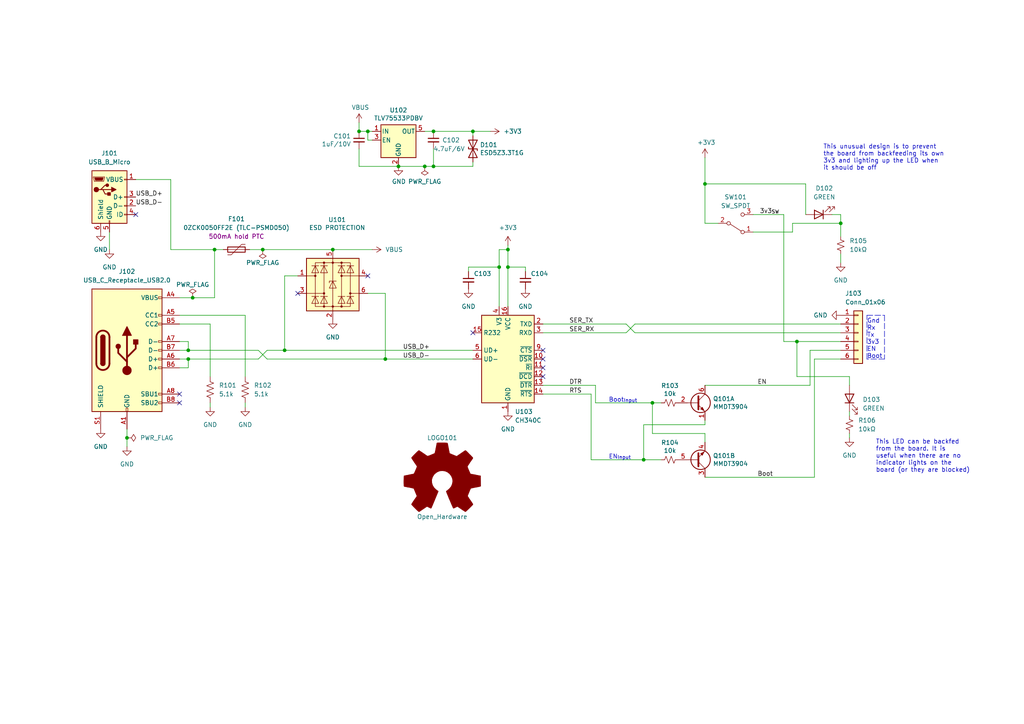
<source format=kicad_sch>
(kicad_sch (version 20230121) (generator eeschema)
  (paper "A4")
  (title_block (title "ESP-Flash") (date "2023-02-15") (rev "v1.2.0") (company "OSH") (comment 1 "Drawn by: VGD"))
  (lib_symbols
    (symbol "Connector:USB_B_Micro" (pin_names (offset 1.016))
      (property "Reference" "J" (at -5.08 11.43 0))
      (property "Value" "USB_B_Micro" (at -5.08 8.89 0))
      (symbol "USB_B_Micro_0_1"
        (rectangle (start -5.08 -7.62) (end 5.08 7.62) (stroke (width 0.254)) (fill (type background)))
        (circle (center -3.81 2.159) (radius 0.635) (stroke (width 0.254)) (fill (type outline)))
        (circle (center -0.635 3.429) (radius 0.381) (stroke (width 0.254)) (fill (type outline)))
        (rectangle (start -0.127 -7.62) (end 0.127 -6.858))
        (polyline (pts (xy -1.905 2.159) (xy 0.635 2.159)) (stroke (width 0.254)))
        (polyline (pts (xy -3.175 2.159) (xy -2.54 2.159) (xy -1.27 3.429) (xy -0.635 3.429)) (stroke (width 0.254)))
        (polyline (pts (xy -2.54 2.159) (xy -1.905 2.159) (xy -1.27 0.889) (xy 0 0.889)) (stroke (width 0.254)))
        (polyline (pts (xy 0.635 2.794) (xy 0.635 1.524) (xy 1.905 2.159) (xy 0.635 2.794)) (stroke (width 0.254)) (fill (type outline)))
        (polyline (pts (xy -4.318 5.588) (xy -1.778 5.588) (xy -2.032 4.826) (xy -4.064 4.826) (xy -4.318 5.588)) (fill (type outline)))
        (polyline (pts (xy -4.699 5.842) (xy -4.699 5.588) (xy -4.445 4.826) (xy -4.445 4.572) (xy -1.651 4.572) (xy -1.651 4.826) (xy -1.397 5.588) (xy -1.397 5.842) (xy -4.699 5.842)))
        (rectangle (start 0.254 1.27) (end -0.508 0.508) (stroke (width 0.254)) (fill (type outline)))
        (rectangle (start 5.08 -5.207) (end 4.318 -4.953))
        (rectangle (start 5.08 -2.667) (end 4.318 -2.413))
        (rectangle (start 5.08 -0.127) (end 4.318 0.127))
        (rectangle (start 5.08 4.953) (end 4.318 5.207))
      )
      (symbol "USB_B_Micro_1_1"
        (pin power_out line (at 7.62 5.08 180) (length 2.54) (name "VBUS") (number "1"))
        (pin bidirectional line (at 7.62 -2.54 180) (length 2.54) (name "D-") (number "2"))
        (pin bidirectional line (at 7.62 0 180) (length 2.54) (name "D+") (number "3"))
        (pin passive line (at 7.62 -5.08 180) (length 2.54) (name "ID") (number "4"))
        (pin power_out line (at 0 -10.16 90) (length 2.54) (name "GND") (number "5"))
        (pin passive line (at -2.54 -10.16 90) (length 2.54) (name "Shield") (number "6"))
      )
    )
    (symbol "Connector:USB_C_Receptacle_USB2.0" (pin_names (offset 1.016))
      (property "Reference" "J" (at -10.16 19.05 0))
      (property "Value" "USB_C_Receptacle_USB2.0" (at 19.05 19.05 0))
      (symbol "USB_C_Receptacle_USB2.0_0_0"
        (rectangle (start -0.254 -17.78) (end 0.254 -16.764))
        (rectangle (start 10.16 -14.986) (end 9.144 -15.494))
        (rectangle (start 10.16 -12.446) (end 9.144 -12.954))
        (rectangle (start 10.16 -4.826) (end 9.144 -5.334))
        (rectangle (start 10.16 -2.286) (end 9.144 -2.794))
        (rectangle (start 10.16 0.254) (end 9.144 -0.254))
        (rectangle (start 10.16 2.794) (end 9.144 2.286))
        (rectangle (start 10.16 7.874) (end 9.144 7.366))
        (rectangle (start 10.16 10.414) (end 9.144 9.906))
        (rectangle (start 10.16 15.494) (end 9.144 14.986))
      )
      (symbol "USB_C_Receptacle_USB2.0_0_1"
        (rectangle (start -10.16 17.78) (end 10.16 -17.78) (stroke (width 0.254)) (fill (type background)))
        (arc (start -8.89 -3.81) (mid -6.985 -5.7067) (end -5.08 -3.81) (stroke (width 0.508)))
        (arc (start -7.62 -3.81) (mid -6.985 -4.4423) (end -6.35 -3.81) (stroke (width 0.254)))
        (arc (start -7.62 -3.81) (mid -6.985 -4.4423) (end -6.35 -3.81) (stroke (width 0.254)) (fill (type outline)))
        (rectangle (start -7.62 -3.81) (end -6.35 3.81) (stroke (width 0.254)) (fill (type outline)))
        (arc (start -6.35 3.81) (mid -6.985 4.4423) (end -7.62 3.81) (stroke (width 0.254)))
        (arc (start -6.35 3.81) (mid -6.985 4.4423) (end -7.62 3.81) (stroke (width 0.254)) (fill (type outline)))
        (arc (start -5.08 3.81) (mid -6.985 5.7067) (end -8.89 3.81) (stroke (width 0.508)))
        (circle (center -2.54 1.143) (radius 0.635) (stroke (width 0.254)) (fill (type outline)))
        (circle (center 0 -5.842) (radius 1.27) (fill (type outline)))
        (polyline (pts (xy -8.89 -3.81) (xy -8.89 3.81)) (stroke (width 0.508)))
        (polyline (pts (xy -5.08 3.81) (xy -5.08 -3.81)) (stroke (width 0.508)))
        (polyline (pts (xy 0 -5.842) (xy 0 4.318)) (stroke (width 0.508)))
        (polyline (pts (xy 0 -3.302) (xy -2.54 -0.762) (xy -2.54 0.508)) (stroke (width 0.508)))
        (polyline (pts (xy 0 -2.032) (xy 2.54 0.508) (xy 2.54 1.778)) (stroke (width 0.508)))
        (polyline (pts (xy -1.27 4.318) (xy 0 6.858) (xy 1.27 4.318) (xy -1.27 4.318)) (stroke (width 0.254)) (fill (type outline)))
        (rectangle (start 1.905 1.778) (end 3.175 3.048) (stroke (width 0.254)) (fill (type outline)))
      )
      (symbol "USB_C_Receptacle_USB2.0_1_1"
        (pin passive line (at 0 -22.86 90) (length 5.08) (name "GND") (number "A1"))
        (pin passive line (at 0 -22.86 90) (length 5.08) hide (name "GND") (number "A12"))
        (pin passive line (at 15.24 15.24 180) (length 5.08) (name "VBUS") (number "A4"))
        (pin bidirectional line (at 15.24 10.16 180) (length 5.08) (name "CC1") (number "A5"))
        (pin bidirectional line (at 15.24 -2.54 180) (length 5.08) (name "D+") (number "A6"))
        (pin bidirectional line (at 15.24 2.54 180) (length 5.08) (name "D-") (number "A7"))
        (pin bidirectional line (at 15.24 -12.7 180) (length 5.08) (name "SBU1") (number "A8"))
        (pin passive line (at 15.24 15.24 180) (length 5.08) hide (name "VBUS") (number "A9"))
        (pin passive line (at 0 -22.86 90) (length 5.08) hide (name "GND") (number "B1"))
        (pin passive line (at 0 -22.86 90) (length 5.08) hide (name "GND") (number "B12"))
        (pin passive line (at 15.24 15.24 180) (length 5.08) hide (name "VBUS") (number "B4"))
        (pin bidirectional line (at 15.24 7.62 180) (length 5.08) (name "CC2") (number "B5"))
        (pin bidirectional line (at 15.24 -5.08 180) (length 5.08) (name "D+") (number "B6"))
        (pin bidirectional line (at 15.24 0 180) (length 5.08) (name "D-") (number "B7"))
        (pin bidirectional line (at 15.24 -15.24 180) (length 5.08) (name "SBU2") (number "B8"))
        (pin passive line (at 15.24 15.24 180) (length 5.08) hide (name "VBUS") (number "B9"))
        (pin passive line (at -7.62 -22.86 90) (length 5.08) (name "SHIELD") (number "S1"))
      )
    )
    (symbol "Connector_Generic:Conn_01x06" (pin_names (offset 1.016) hide)
      (property "Reference" "J" (at 0 7.62 0))
      (property "Value" "Conn_01x06" (at 0 -10.16 0))
      (symbol "Conn_01x06_1_1"
        (rectangle (start -1.27 -7.493) (end 0 -7.747) (stroke (width 0.1524)))
        (rectangle (start -1.27 -4.953) (end 0 -5.207) (stroke (width 0.1524)))
        (rectangle (start -1.27 -2.413) (end 0 -2.667) (stroke (width 0.1524)))
        (rectangle (start -1.27 0.127) (end 0 -0.127) (stroke (width 0.1524)))
        (rectangle (start -1.27 2.667) (end 0 2.413) (stroke (width 0.1524)))
        (rectangle (start -1.27 5.207) (end 0 4.953) (stroke (width 0.1524)))
        (rectangle (start -1.27 6.35) (end 1.27 -8.89) (stroke (width 0.254)) (fill (type background)))
        (pin passive line (at -5.08 5.08 0) (length 3.81) (name "Pin_1") (number "1"))
        (pin passive line (at -5.08 2.54 0) (length 3.81) (name "Pin_2") (number "2"))
        (pin passive line (at -5.08 0 0) (length 3.81) (name "Pin_3") (number "3"))
        (pin passive line (at -5.08 -2.54 0) (length 3.81) (name "Pin_4") (number "4"))
        (pin passive line (at -5.08 -5.08 0) (length 3.81) (name "Pin_5") (number "5"))
        (pin passive line (at -5.08 -7.62 0) (length 3.81) (name "Pin_6") (number "6"))
      )
    )
    (symbol "Device:C_Small" (pin_numbers hide) (pin_names (offset 0.254) hide)
      (property "Reference" "C" (at 0.254 1.778 0))
      (property "Value" "C_Small" (at 0.254 -2.032 0))
      (symbol "C_Small_0_1"
        (polyline (pts (xy -1.524 -0.508) (xy 1.524 -0.508)) (stroke (width 0.3302)))
        (polyline (pts (xy -1.524 0.508) (xy 1.524 0.508)) (stroke (width 0.3048)))
      )
      (symbol "C_Small_1_1"
        (pin passive line (at 0 2.54 270) (length 2.032) (name "~") (number "1"))
        (pin passive line (at 0 -2.54 90) (length 2.032) (name "~") (number "2"))
      )
    )
    (symbol "Device:D_TVS" (pin_numbers hide) (pin_names (offset 1.016) hide)
      (property "Reference" "D" (at 0 2.54 0))
      (property "Value" "D_TVS" (at 0 -2.54 0))
      (symbol "D_TVS_0_1"
        (polyline (pts (xy 1.27 0) (xy -1.27 0)))
        (polyline (pts (xy 0.508 1.27) (xy 0 1.27) (xy 0 -1.27) (xy -0.508 -1.27)) (stroke (width 0.254)))
        (polyline (pts (xy -2.54 1.27) (xy -2.54 -1.27) (xy 2.54 1.27) (xy 2.54 -1.27) (xy -2.54 1.27)) (stroke (width 0.254)))
      )
      (symbol "D_TVS_1_1"
        (pin passive line (at -3.81 0 0) (length 2.54) (name "A1") (number "1"))
        (pin passive line (at 3.81 0 180) (length 2.54) (name "A2") (number "2"))
      )
    )
    (symbol "Device:LED" (pin_numbers hide) (pin_names (offset 1.016) hide)
      (property "Reference" "D" (at 0 2.54 0))
      (property "Value" "LED" (at 0 -2.54 0))
      (symbol "LED_0_1"
        (polyline (pts (xy -1.27 -1.27) (xy -1.27 1.27)) (stroke (width 0.254)))
        (polyline (pts (xy -1.27 0) (xy 1.27 0)))
        (polyline (pts (xy 1.27 -1.27) (xy 1.27 1.27) (xy -1.27 0) (xy 1.27 -1.27)) (stroke (width 0.254)))
        (polyline (pts (xy -3.048 -0.762) (xy -4.572 -2.286) (xy -3.81 -2.286) (xy -4.572 -2.286) (xy -4.572 -1.524)))
        (polyline (pts (xy -1.778 -0.762) (xy -3.302 -2.286) (xy -2.54 -2.286) (xy -3.302 -2.286) (xy -3.302 -1.524)))
      )
      (symbol "LED_1_1"
        (pin passive line (at -3.81 0 0) (length 2.54) (name "K") (number "1"))
        (pin passive line (at 3.81 0 180) (length 2.54) (name "A") (number "2"))
      )
    )
    (symbol "Device:Polyfuse" (pin_numbers hide) (pin_names (offset 0))
      (property "Reference" "F" (at -2.54 0 90))
      (property "Value" "Polyfuse" (at 2.54 0 90))
      (symbol "Polyfuse_0_1"
        (rectangle (start -0.762 2.54) (end 0.762 -2.54) (stroke (width 0.254)))
        (polyline (pts (xy 0 2.54) (xy 0 -2.54)))
        (polyline (pts (xy -1.524 2.54) (xy -1.524 1.524) (xy 1.524 -1.524) (xy 1.524 -2.54)))
      )
      (symbol "Polyfuse_1_1"
        (pin passive line (at 0 3.81 270) (length 1.27) (name "~") (number "1"))
        (pin passive line (at 0 -3.81 90) (length 1.27) (name "~") (number "2"))
      )
    )
    (symbol "Device:R_Small_US" (pin_numbers hide) (pin_names (offset 0.254) hide)
      (property "Reference" "R" (at 0.762 0.508 0))
      (property "Value" "R_Small_US" (at 0.762 -1.016 0))
      (symbol "R_Small_US_1_1"
        (polyline (pts (xy 0 0) (xy 1.016 -0.381) (xy 0 -0.762) (xy -1.016 -1.143) (xy 0 -1.524)))
        (polyline (pts (xy 0 1.524) (xy 1.016 1.143) (xy 0 0.762) (xy -1.016 0.381) (xy 0 0)))
        (pin passive line (at 0 2.54 270) (length 1.016) (name "~") (number "1"))
        (pin passive line (at 0 -2.54 90) (length 1.016) (name "~") (number "2"))
      )
    )
    (symbol "Device:R_US" (pin_numbers hide) (pin_names (offset 0))
      (property "Reference" "R" (at 2.54 0 90))
      (property "Value" "R_US" (at -2.54 0 90))
      (symbol "R_US_0_1"
        (polyline (pts (xy 0 -2.286) (xy 0 -2.54)))
        (polyline (pts (xy 0 2.286) (xy 0 2.54)))
        (polyline (pts (xy 0 -0.762) (xy 1.016 -1.143) (xy 0 -1.524) (xy -1.016 -1.905) (xy 0 -2.286)))
        (polyline (pts (xy 0 0.762) (xy 1.016 0.381) (xy 0 0) (xy -1.016 -0.381) (xy 0 -0.762)))
        (polyline (pts (xy 0 2.286) (xy 1.016 1.905) (xy 0 1.524) (xy -1.016 1.143) (xy 0 0.762)))
      )
      (symbol "R_US_1_1"
        (pin passive line (at 0 3.81 270) (length 1.27) (name "~") (number "1"))
        (pin passive line (at 0 -3.81 90) (length 1.27) (name "~") (number "2"))
      )
    )
    (symbol "Graphic:Logo_Open_Hardware_Large" (pin_names (offset 1.016))
      (symbol "Logo_Open_Hardware_Large_1_1"
        (polyline (pts (xy 6.731 -8.7122) (xy 6.6294 -8.6614) (xy 6.35 -8.4836) (xy 5.9944 -8.255) (xy 5.5372 -7.9502) (xy 5.1054 -7.6454) (xy 4.7498 -7.4168) (xy 4.4958 -7.239) (xy 4.3942 -7.1882) (xy 4.318 -7.2136) (xy 4.1148 -7.3152) (xy 3.81 -7.4676) (xy 3.6322 -7.5692) (xy 3.3528 -7.6708) (xy 3.2258 -7.6962) (xy 3.2004 -7.6708) (xy 3.0988 -7.4676) (xy 2.9464 -7.0866) (xy 2.7178 -6.604) (xy 2.4892 -6.0452) (xy 2.2352 -5.4356) (xy 1.9558 -4.826) (xy 1.7272 -4.2164) (xy 1.4986 -3.683) (xy 1.3208 -3.2512) (xy 1.2192 -2.9464) (xy 1.1684 -2.8194) (xy 1.1938 -2.794) (xy 1.3208 -2.667) (xy 1.5748 -2.4892) (xy 2.0828 -2.0574) (xy 2.6162 -1.397) (xy 2.921 -0.6604) (xy 3.048 0.1524) (xy 2.9464 0.9144) (xy 2.6416 1.6256) (xy 2.1336 2.286) (xy 1.524 2.7686) (xy 0.8128 3.0734) (xy 0 3.175) (xy -0.762 3.0988) (xy -1.4986 2.794) (xy -2.159 2.286) (xy -2.4384 1.9812) (xy -2.8194 1.3208) (xy -3.048 0.6096) (xy -3.0734 0.4318) (xy -3.0226 -0.3556) (xy -2.794 -1.0922) (xy -2.3876 -1.7526) (xy -1.8288 -2.3114) (xy -1.7526 -2.3622) (xy -1.4732 -2.5654) (xy -1.2954 -2.6924) (xy -1.1684 -2.8194) (xy -2.159 -5.207) (xy -2.3114 -5.588) (xy -2.5908 -6.2484) (xy -2.8194 -6.8072) (xy -3.0226 -7.2644) (xy -3.1496 -7.5692) (xy -3.2258 -7.6708) (xy -3.2258 -7.6962) (xy -3.302 -7.6962) (xy -3.4798 -7.6454) (xy -3.8354 -7.4676) (xy -4.0386 -7.366) (xy -4.2926 -7.239) (xy -4.4196 -7.1882) (xy -4.5212 -7.239) (xy -4.7498 -7.3914) (xy -5.1054 -7.6454) (xy -5.5372 -7.9248) (xy -5.9436 -8.2042) (xy -6.3246 -8.4582) (xy -6.604 -8.636) (xy -6.731 -8.7122) (xy -6.7564 -8.7122) (xy -6.858 -8.636) (xy -7.0866 -8.4582) (xy -7.4168 -8.1534) (xy -7.874 -7.6962) (xy -7.9502 -7.62) (xy -8.3312 -7.239) (xy -8.636 -6.9088) (xy -8.8392 -6.6802) (xy -8.9154 -6.5786) (xy -8.9154 -6.5786) (xy -8.8392 -6.4516) (xy -8.6614 -6.1722) (xy -8.4328 -5.7912) (xy -8.128 -5.3594) (xy -7.3152 -4.191) (xy -7.7724 -3.0988) (xy -7.8994 -2.7686) (xy -8.0772 -2.3622) (xy -8.2042 -2.0828) (xy -8.255 -1.9558) (xy -8.382 -1.905) (xy -8.6614 -1.8542) (xy -9.0932 -1.7526) (xy -9.6266 -1.651) (xy -10.1092 -1.5748) (xy -10.541 -1.4732) (xy -10.8712 -1.4224) (xy -11.0236 -1.397) (xy -11.049 -1.3716) (xy -11.0744 -1.2954) (xy -11.0998 -1.143) (xy -11.0998 -0.889) (xy -11.1252 -0.4572) (xy -11.1252 0.1524) (xy -11.1252 0.2286) (xy -11.0998 0.8128) (xy -11.0998 1.27) (xy -11.0744 1.5494) (xy -11.0744 1.6764) (xy -11.0744 1.6764) (xy -10.922 1.7018) (xy -10.6172 1.778) (xy -10.16 1.8542) (xy -9.652 1.9558) (xy -9.6012 1.9812) (xy -9.0932 2.0828) (xy -8.636 2.159) (xy -8.3312 2.2352) (xy -8.2042 2.286) (xy -8.1788 2.3114) (xy -8.0772 2.5146) (xy -7.9248 2.8448) (xy -7.747 3.2512) (xy -7.5692 3.6576) (xy -7.4168 4.0386) (xy -7.3152 4.318) (xy -7.2898 4.445) (xy -7.2898 4.445) (xy -7.366 4.572) (xy -7.5438 4.826) (xy -7.7978 5.207) (xy -8.128 5.6642) (xy -8.128 5.6896) (xy -8.4328 6.1468) (xy -8.6868 6.5278) (xy -8.8392 6.7818) (xy -8.9154 6.9088) (xy -8.9154 6.9088) (xy -8.8138 7.0358) (xy -8.5852 7.2898) (xy -8.255 7.6454) (xy -7.874 8.0264) (xy -7.747 8.1534) (xy -7.3152 8.5852) (xy -7.0104 8.8646) (xy -6.8326 8.9916) (xy -6.731 9.0424) (xy -6.731 9.0424) (xy -6.604 8.9408) (xy -6.3246 8.763) (xy -5.9436 8.509) (xy -5.4864 8.2042) (xy -5.461 8.1788) (xy -5.0038 7.874) (xy -4.6482 7.62) (xy -4.3688 7.4422) (xy -4.2672 7.3914) (xy -4.2418 7.3914) (xy -4.064 7.4422) (xy -3.7338 7.5438) (xy -3.3528 7.6962) (xy -2.9464 7.874) (xy -2.5654 8.0264) (xy -2.286 8.1534) (xy -2.159 8.2296) (xy -2.159 8.2296) (xy -2.1082 8.382) (xy -2.032 8.7122) (xy -1.9304 9.1694) (xy -1.8288 9.7282) (xy -1.8034 9.8044) (xy -1.7018 10.3378) (xy -1.6256 10.7696) (xy -1.5748 11.0744) (xy -1.524 11.2014) (xy -1.4478 11.2268) (xy -1.1938 11.2522) (xy -0.8128 11.2522) (xy -0.3302 11.2522) (xy 0.1524 11.2522) (xy 0.6604 11.2522) (xy 1.0668 11.2268) (xy 1.3716 11.2014) (xy 1.4986 11.176) (xy 1.4986 11.176) (xy 1.5494 11.0236) (xy 1.6256 10.6934) (xy 1.7018 10.2108) (xy 1.8288 9.6774) (xy 1.8288 9.5758) (xy 1.9304 9.0424) (xy 2.032 8.6106) (xy 2.0828 8.3058) (xy 2.1336 8.2042) (xy 2.159 8.1788) (xy 2.3876 8.0772) (xy 2.7432 7.9248) (xy 3.175 7.747) (xy 4.191 7.3406) (xy 5.461 8.2042) (xy 5.5626 8.2804) (xy 6.0198 8.5852) (xy 6.3754 8.8392) (xy 6.6294 8.9916) (xy 6.7564 9.0424) (xy 6.7564 9.0424) (xy 6.8834 8.9408) (xy 7.1374 8.7122) (xy 7.4676 8.382) (xy 7.8486 7.9756) (xy 8.1534 7.6962) (xy 8.4836 7.3406) (xy 8.7122 7.112) (xy 8.8392 6.9596) (xy 8.8646 6.858) (xy 8.8646 6.8072) (xy 8.7884 6.6802) (xy 8.6106 6.4008) (xy 8.3312 6.0198) (xy 8.0264 5.588) (xy 7.7978 5.207) (xy 7.5184 4.8006) (xy 7.3406 4.4958) (xy 7.2898 4.3434) (xy 7.2898 4.2926) (xy 7.3914 4.0386) (xy 7.5184 3.683) (xy 7.7216 3.2258) (xy 8.1534 2.2352) (xy 8.7884 2.1082) (xy 9.1948 2.0574) (xy 9.7536 1.9304) (xy 10.2616 1.8288) (xy 11.0998 1.6764) (xy 11.1252 -1.3208) (xy 10.9982 -1.3716) (xy 10.8712 -1.397) (xy 10.5664 -1.4732) (xy 10.1346 -1.5494) (xy 9.6266 -1.651) (xy 9.1948 -1.7272) (xy 8.7376 -1.8288) (xy 8.4328 -1.8796) (xy 8.2804 -1.905) (xy 8.255 -1.9558) (xy 8.1534 -2.159) (xy 7.9756 -2.5146) (xy 7.8232 -2.921) (xy 7.6454 -3.3274) (xy 7.493 -3.7338) (xy 7.366 -4.0132) (xy 7.3406 -4.191) (xy 7.3914 -4.2926) (xy 7.5692 -4.5466) (xy 7.7978 -4.9276) (xy 8.1026 -5.3594) (xy 8.4074 -5.7912) (xy 8.6614 -6.1722) (xy 8.8138 -6.4262) (xy 8.89 -6.5532) (xy 8.8646 -6.6548) (xy 8.6868 -6.858) (xy 8.3566 -7.1882) (xy 7.874 -7.6708) (xy 7.7978 -7.747) (xy 7.3914 -8.128) (xy 7.0612 -8.4328) (xy 6.8326 -8.636) (xy 6.731 -8.7122)) (fill (type outline)))
      )
    )
    (symbol "Interface_USB:CH340C"
      (property "Reference" "U" (at -5.08 13.97 0))
      (property "Value" "CH340C" (at 1.27 13.97 0))
      (symbol "CH340C_0_1"
        (rectangle (start -7.62 12.7) (end 7.62 -12.7) (stroke (width 0.254)) (fill (type background)))
      )
      (symbol "CH340C_1_1"
        (pin power_in line (at 0 -15.24 90) (length 2.54) (name "GND") (number "1"))
        (pin input line (at 10.16 0 180) (length 2.54) (name "~{DSR}") (number "10"))
        (pin input line (at 10.16 -2.54 180) (length 2.54) (name "~{RI}") (number "11"))
        (pin input line (at 10.16 -5.08 180) (length 2.54) (name "~{DCD}") (number "12"))
        (pin output line (at 10.16 -7.62 180) (length 2.54) (name "~{DTR}") (number "13"))
        (pin output line (at 10.16 -10.16 180) (length 2.54) (name "~{RTS}") (number "14"))
        (pin input line (at -10.16 7.62 0) (length 2.54) (name "R232") (number "15"))
        (pin power_in line (at 0 15.24 270) (length 2.54) (name "VCC") (number "16"))
        (pin output line (at 10.16 10.16 180) (length 2.54) (name "TXD") (number "2"))
        (pin input line (at 10.16 7.62 180) (length 2.54) (name "RXD") (number "3"))
        (pin passive line (at -2.54 15.24 270) (length 2.54) (name "V3") (number "4"))
        (pin bidirectional line (at -10.16 2.54 0) (length 2.54) (name "UD+") (number "5"))
        (pin bidirectional line (at -10.16 0 0) (length 2.54) (name "UD-") (number "6"))
        (pin no_connect line (at -7.62 -7.62 0) (length 2.54) hide (name "NC") (number "7"))
        (pin no_connect line (at -7.62 -10.16 0) (length 2.54) hide (name "NC") (number "8"))
        (pin input line (at 10.16 2.54 180) (length 2.54) (name "~{CTS}") (number "9"))
      )
    )
    (symbol "Power_Protection:USBLC6-4SC6" (pin_names hide)
      (property "Reference" "U" (at 2.54 8.89 0))
      (property "Value" "USBLC6-4SC6" (at 2.54 -8.89 0))
      (symbol "USBLC6-4SC6_0_1"
        (rectangle (start -7.62 -7.62) (end 7.62 7.62) (stroke (width 0.254)) (fill (type background)))
        (circle (center -5.08 2.54) (radius 0.254) (fill (type outline)))
        (circle (center -2.54 -6.35) (radius 0.254) (fill (type outline)))
        (circle (center -2.54 -2.54) (radius 0.254) (fill (type outline)))
        (circle (center -2.54 6.35) (radius 0.254) (fill (type outline)))
        (rectangle (start -2.54 6.35) (end 2.54 -6.35))
        (circle (center 0 -6.35) (radius 0.254) (fill (type outline)))
        (polyline (pts (xy -5.08 2.54) (xy -7.62 2.54)))
        (polyline (pts (xy -4.064 -3.429) (xy -6.096 -3.429)))
        (polyline (pts (xy -4.064 5.461) (xy -6.096 5.461)))
        (polyline (pts (xy -2.54 -2.54) (xy -7.62 -2.54)))
        (polyline (pts (xy -1.524 -3.429) (xy -3.556 -3.429)))
        (polyline (pts (xy -1.524 5.461) (xy -3.556 5.461)))
        (polyline (pts (xy 0 -7.62) (xy 0 -6.35)))
        (polyline (pts (xy 0 -6.35) (xy 0 1.27)))
        (polyline (pts (xy 0 1.27) (xy 0 6.35)))
        (polyline (pts (xy 0 6.35) (xy 0 7.62)))
        (polyline (pts (xy 1.524 -3.429) (xy 3.556 -3.429)))
        (polyline (pts (xy 1.524 5.461) (xy 3.556 5.461)))
        (polyline (pts (xy 2.54 2.54) (xy 7.62 2.54)))
        (polyline (pts (xy 4.064 -3.429) (xy 6.096 -3.429)))
        (polyline (pts (xy 4.064 5.461) (xy 6.096 5.461)))
        (polyline (pts (xy 5.08 -2.54) (xy 7.62 -2.54)))
        (polyline (pts (xy -6.096 -5.461) (xy -4.064 -5.461) (xy -5.08 -3.429) (xy -6.096 -5.461)))
        (polyline (pts (xy -6.096 3.429) (xy -4.064 3.429) (xy -5.08 5.461) (xy -6.096 3.429)))
        (polyline (pts (xy -3.556 -5.461) (xy -1.524 -5.461) (xy -2.54 -3.429) (xy -3.556 -5.461)))
        (polyline (pts (xy -3.556 3.429) (xy -1.524 3.429) (xy -2.54 5.461) (xy -3.556 3.429)))
        (polyline (pts (xy -2.54 6.35) (xy -5.08 6.35) (xy -5.08 -6.35) (xy -2.54 -6.35)))
        (polyline (pts (xy -1.016 -1.016) (xy 1.016 -1.016) (xy 0 1.016) (xy -1.016 -1.016)))
        (polyline (pts (xy 1.016 1.016) (xy 0.762 1.016) (xy -1.016 1.016) (xy -1.016 0.508)))
        (polyline (pts (xy 2.54 6.35) (xy 5.08 6.35) (xy 5.08 -6.35) (xy 2.54 -6.35)))
        (polyline (pts (xy 3.556 -5.461) (xy 1.524 -5.461) (xy 2.54 -3.429) (xy 3.556 -5.461)))
        (polyline (pts (xy 3.556 3.429) (xy 1.524 3.429) (xy 2.54 5.461) (xy 3.556 3.429)))
        (polyline (pts (xy 6.096 -5.461) (xy 4.064 -5.461) (xy 5.08 -3.429) (xy 6.096 -5.461)))
        (polyline (pts (xy 6.096 3.429) (xy 4.064 3.429) (xy 5.08 5.461) (xy 6.096 3.429)))
        (circle (center 0 6.35) (radius 0.254) (fill (type outline)))
        (circle (center 2.54 -6.35) (radius 0.254) (fill (type outline)))
        (circle (center 2.54 2.54) (radius 0.254) (fill (type outline)))
        (circle (center 2.54 6.35) (radius 0.254) (fill (type outline)))
        (circle (center 5.08 -2.54) (radius 0.254) (fill (type outline)))
      )
      (symbol "USBLC6-4SC6_1_1"
        (pin passive line (at -10.16 2.54 0) (length 2.54) (name "I/O1") (number "1"))
        (pin passive line (at 0 -10.16 90) (length 2.54) (name "GND") (number "2"))
        (pin passive line (at -10.16 -2.54 0) (length 2.54) (name "I/O2") (number "3"))
        (pin passive line (at 10.16 2.54 180) (length 2.54) (name "I/O3") (number "4"))
        (pin passive line (at 0 10.16 270) (length 2.54) (name "VBUS") (number "5"))
        (pin passive line (at 10.16 -2.54 180) (length 2.54) (name "I/O4") (number "6"))
      )
    )
    (symbol "Regulator_Linear:TLV75533PDBV" (pin_names (offset 0.254))
      (property "Reference" "U" (at -3.81 5.715 0))
      (property "Value" "TLV75533PDBV" (at 0 5.715 0))
      (symbol "TLV75533PDBV_0_1"
        (rectangle (start -5.08 4.445) (end 5.08 -5.08) (stroke (width 0.254)) (fill (type background)))
      )
      (symbol "TLV75533PDBV_1_1"
        (pin power_in line (at -7.62 2.54 0) (length 2.54) (name "IN") (number "1"))
        (pin power_in line (at 0 -7.62 90) (length 2.54) (name "GND") (number "2"))
        (pin input line (at -7.62 0 0) (length 2.54) (name "EN") (number "3"))
        (pin no_connect line (at 5.08 0 180) (length 2.54) hide (name "NC") (number "4"))
        (pin power_out line (at 7.62 2.54 180) (length 2.54) (name "OUT") (number "5"))
      )
    )
    (symbol "Switch:SW_SPDT" (pin_names (offset 0) hide)
      (property "Reference" "SW" (at 0 4.318 0))
      (property "Value" "SW_SPDT" (at 0 -5.08 0))
      (symbol "SW_SPDT_0_0"
        (circle (center -2.032 0) (radius 0.508))
        (circle (center 2.032 -2.54) (radius 0.508))
      )
      (symbol "SW_SPDT_0_1"
        (polyline (pts (xy -1.524 0.254) (xy 1.651 2.286)))
        (circle (center 2.032 2.54) (radius 0.508))
      )
      (symbol "SW_SPDT_1_1"
        (pin passive line (at 5.08 2.54 180) (length 2.54) (name "A") (number "1"))
        (pin passive line (at -5.08 0 0) (length 2.54) (name "B") (number "2"))
        (pin passive line (at 5.08 -2.54 180) (length 2.54) (name "C") (number "3"))
      )
    )
    (symbol "Transistor_BJT:MMDT3904" (pin_names (offset 0) hide)
      (property "Reference" "Q" (at 5.08 1.27 0))
      (property "Value" "MMDT3904" (at 5.08 -1.27 0))
      (symbol "MMDT3904_0_1"
        (polyline (pts (xy 0.635 0) (xy -2.54 0)))
        (polyline (pts (xy 0.635 0.635) (xy 2.54 2.54)))
        (polyline (pts (xy 0.635 -0.635) (xy 2.54 -2.54) (xy 2.54 -2.54)))
        (polyline (pts (xy 0.635 1.905) (xy 0.635 -1.905) (xy 0.635 -1.905)) (stroke (width 0.508)))
        (polyline (pts (xy 1.27 -1.778) (xy 1.778 -1.27) (xy 2.286 -2.286) (xy 1.27 -1.778) (xy 1.27 -1.778)) (fill (type outline)))
        (circle (center 1.27 0) (radius 2.8194) (stroke (width 0.254)))
      )
      (symbol "MMDT3904_1_1"
        (pin passive line (at 2.54 -5.08 90) (length 2.54) (name "E1") (number "1"))
        (pin input line (at -5.08 0 0) (length 2.54) (name "B1") (number "2"))
        (pin passive line (at 2.54 5.08 270) (length 2.54) (name "C1") (number "6"))
      )
      (symbol "MMDT3904_2_1"
        (pin passive line (at 2.54 5.08 270) (length 2.54) (name "C2") (number "3"))
        (pin passive line (at 2.54 -5.08 90) (length 2.54) (name "E2") (number "4"))
        (pin input line (at -5.08 0 0) (length 2.54) (name "B2") (number "5"))
      )
    )
    (symbol "power:+3V3" (power) (pin_names (offset 0))
      (property "Value" "+3V3" (at 0 3.556 0))
      (symbol "+3V3_0_1"
        (polyline (pts (xy -0.762 1.27) (xy 0 2.54)))
        (polyline (pts (xy 0 0) (xy 0 2.54)))
        (polyline (pts (xy 0 2.54) (xy 0.762 1.27)))
      )
      (symbol "+3V3_1_1"
        (pin power_in line (at 0 0 90) (length 0) hide (name "+3V3") (number "1"))
      )
    )
    (symbol "power:GND" (power) (pin_names (offset 0))
      (property "Value" "GND" (at 0 -3.81 0))
      (symbol "GND_0_1"
        (polyline (pts (xy 0 0) (xy 0 -1.27) (xy 1.27 -1.27) (xy 0 -2.54) (xy -1.27 -1.27) (xy 0 -1.27)))
      )
      (symbol "GND_1_1"
        (pin power_in line (at 0 0 270) (length 0) hide (name "GND") (number "1"))
      )
    )
    (symbol "power:PWR_FLAG" (power) (pin_numbers hide) (pin_names (offset 0) hide)
      (property "Value" "PWR_FLAG" (at 0 3.81 0))
      (symbol "PWR_FLAG_0_0"
        (pin power_out line (at 0 0 90) (length 0) (name "pwr") (number "1"))
      )
      (symbol "PWR_FLAG_0_1"
        (polyline (pts (xy 0 0) (xy 0 1.27) (xy -1.016 1.905) (xy 0 2.54) (xy 1.016 1.905) (xy 0 1.27)))
      )
    )
    (symbol "power:VBUS" (power) (pin_names (offset 0))
      (property "Value" "VBUS" (at 0 3.81 0))
      (symbol "VBUS_0_1"
        (polyline (pts (xy -0.762 1.27) (xy 0 2.54)))
        (polyline (pts (xy 0 0) (xy 0 2.54)))
        (polyline (pts (xy 0 2.54) (xy 0.762 1.27)))
      )
      (symbol "VBUS_1_1"
        (pin power_in line (at 0 0 90) (length 0) hide (name "VBUS") (number "1"))
      )
    )
  )
  (junction (at 82.55 101.6))
  (junction (at 115.57 48.26))
  (junction (at 137.16 38.1))
  (junction (at 147.32 77.47))
  (junction (at 144.78 77.47))
  (junction (at 111.76 104.14))
  (junction (at 106.68 38.1))
  (junction (at 231.14 99.06))
  (junction (at 189.23 116.84))
  (junction (at 243.84 64.77))
  (junction (at 76.2 72.39))
  (junction (at 54.61 101.6))
  (junction (at 36.83 127))
  (junction (at 147.32 72.39))
  (junction (at 104.14 38.1))
  (junction (at 54.61 104.14))
  (junction (at 186.69 133.35))
  (junction (at 123.19 48.26))
  (junction (at 96.52 72.39))
  (junction (at 55.88 86.36))
  (junction (at 62.23 72.39))
  (junction (at 204.47 53.34))
  (junction (at 125.73 48.26))
  (junction (at 125.73 38.1))
  (no_connect (at 39.37 62.23))
  (no_connect (at 157.48 109.22))
  (no_connect (at 157.48 101.6))
  (no_connect (at 157.48 104.14))
  (no_connect (at 52.07 116.84))
  (no_connect (at 52.07 114.3))
  (no_connect (at 86.36 85.09))
  (no_connect (at 106.68 80.01))
  (no_connect (at 137.16 96.52))
  (no_connect (at 157.48 106.68))
  (wire (pts (xy 71.12 91.44) (xy 71.12 109.22)))
  (wire (pts (xy 55.88 86.36) (xy 62.23 86.36)))
  (wire (pts (xy 246.38 119.38) (xy 246.38 120.65)))
  (wire (pts (xy 77.47 101.6) (xy 74.93 104.14)))
  (wire (pts (xy 137.16 48.26) (xy 137.16 46.99)))
  (wire (pts (xy 184.15 96.52) (xy 181.61 93.98)))
  (wire (pts (xy 171.45 114.3) (xy 171.45 133.35)))
  (wire (pts (xy 71.12 118.11) (xy 71.12 116.84)))
  (wire (pts (xy 147.32 72.39) (xy 144.78 72.39)))
  (wire (pts (xy 106.68 38.1) (xy 106.68 40.64)))
  (wire (pts (xy 137.16 39.37) (xy 137.16 38.1)))
  (polyline (pts (xy 256.54 104.14) (xy 251.46 104.14)) (stroke (width 0) (type dash)))
  (wire (pts (xy 204.47 123.19) (xy 186.69 123.19)))
  (wire (pts (xy 104.14 43.18) (xy 104.14 48.26)))
  (wire (pts (xy 76.2 72.39) (xy 96.52 72.39)))
  (wire (pts (xy 144.78 77.47) (xy 144.78 88.9)))
  (wire (pts (xy 106.68 85.09) (xy 111.76 85.09)))
  (wire (pts (xy 227.33 99.06) (xy 231.14 99.06)))
  (wire (pts (xy 77.47 104.14) (xy 74.93 101.6)))
  (wire (pts (xy 171.45 133.35) (xy 186.69 133.35)))
  (wire (pts (xy 72.39 72.39) (xy 76.2 72.39)))
  (wire (pts (xy 82.55 101.6) (xy 137.16 101.6)))
  (wire (pts (xy 106.68 38.1) (xy 104.14 38.1)))
  (wire (pts (xy 104.14 38.1) (xy 104.14 35.56)))
  (wire (pts (xy 147.32 77.47) (xy 152.4 77.47)))
  (wire (pts (xy 62.23 86.36) (xy 62.23 72.39)))
  (polyline (pts (xy 251.46 91.44) (xy 256.54 91.44)) (stroke (width 0) (type dash)))
  (polyline (pts (xy 256.54 91.44) (xy 256.54 104.14)) (stroke (width 0) (type dash)))
  (wire (pts (xy 106.68 40.64) (xy 107.95 40.64)))
  (wire (pts (xy 231.14 109.22) (xy 231.14 99.06)))
  (wire (pts (xy 125.73 38.1) (xy 137.16 38.1)))
  (wire (pts (xy 54.61 99.06) (xy 54.61 101.6)))
  (wire (pts (xy 229.87 67.31) (xy 229.87 64.77)))
  (wire (pts (xy 184.15 96.52) (xy 243.84 96.52)))
  (wire (pts (xy 111.76 85.09) (xy 111.76 104.14)))
  (wire (pts (xy 184.15 93.98) (xy 243.84 93.98)))
  (polyline (pts (xy 251.46 104.14) (xy 251.46 91.44)) (stroke (width 0) (type dash)))
  (wire (pts (xy 191.77 133.35) (xy 186.69 133.35)))
  (wire (pts (xy 52.07 106.68) (xy 54.61 106.68)))
  (wire (pts (xy 52.07 86.36) (xy 55.88 86.36)))
  (wire (pts (xy 204.47 64.77) (xy 204.47 53.34)))
  (wire (pts (xy 157.48 93.98) (xy 181.61 93.98)))
  (wire (pts (xy 172.72 111.76) (xy 172.72 116.84)))
  (wire (pts (xy 218.44 67.31) (xy 229.87 67.31)))
  (wire (pts (xy 191.77 116.84) (xy 189.23 116.84)))
  (wire (pts (xy 147.32 77.47) (xy 147.32 88.9)))
  (wire (pts (xy 181.61 96.52) (xy 184.15 93.98)))
  (wire (pts (xy 82.55 80.01) (xy 86.36 80.01)))
  (wire (pts (xy 60.96 93.98) (xy 60.96 109.22)))
  (wire (pts (xy 157.48 114.3) (xy 171.45 114.3)))
  (wire (pts (xy 157.48 111.76) (xy 172.72 111.76)))
  (wire (pts (xy 52.07 91.44) (xy 71.12 91.44)))
  (wire (pts (xy 123.19 48.26) (xy 125.73 48.26)))
  (wire (pts (xy 52.07 93.98) (xy 60.96 93.98)))
  (wire (pts (xy 104.14 48.26) (xy 115.57 48.26)))
  (wire (pts (xy 231.14 99.06) (xy 243.84 99.06)))
  (wire (pts (xy 243.84 73.66) (xy 243.84 76.2)))
  (wire (pts (xy 241.3 62.23) (xy 243.84 62.23)))
  (wire (pts (xy 246.38 109.22) (xy 231.14 109.22)))
  (wire (pts (xy 204.47 125.73) (xy 204.47 128.27)))
  (wire (pts (xy 96.52 72.39) (xy 107.95 72.39)))
  (wire (pts (xy 234.95 101.6) (xy 243.84 101.6)))
  (wire (pts (xy 115.57 48.26) (xy 123.19 48.26)))
  (wire (pts (xy 204.47 53.34) (xy 204.47 45.72)))
  (wire (pts (xy 186.69 123.19) (xy 186.69 133.35)))
  (wire (pts (xy 60.96 118.11) (xy 60.96 116.84)))
  (wire (pts (xy 77.47 104.14) (xy 111.76 104.14)))
  (wire (pts (xy 123.19 38.1) (xy 125.73 38.1)))
  (wire (pts (xy 172.72 116.84) (xy 189.23 116.84)))
  (wire (pts (xy 234.95 111.76) (xy 234.95 101.6)))
  (wire (pts (xy 125.73 43.18) (xy 125.73 48.26)))
  (wire (pts (xy 243.84 62.23) (xy 243.84 64.77)))
  (wire (pts (xy 111.76 104.14) (xy 137.16 104.14)))
  (wire (pts (xy 147.32 71.12) (xy 147.32 72.39)))
  (wire (pts (xy 236.22 104.14) (xy 243.84 104.14)))
  (wire (pts (xy 218.44 62.23) (xy 227.33 62.23)))
  (wire (pts (xy 208.28 64.77) (xy 204.47 64.77)))
  (wire (pts (xy 77.47 101.6) (xy 82.55 101.6)))
  (wire (pts (xy 107.95 38.1) (xy 106.68 38.1)))
  (wire (pts (xy 31.75 72.39) (xy 31.75 67.31)))
  (wire (pts (xy 135.89 78.74) (xy 135.89 77.47)))
  (wire (pts (xy 125.73 48.26) (xy 137.16 48.26)))
  (wire (pts (xy 137.16 38.1) (xy 142.24 38.1)))
  (wire (pts (xy 227.33 62.23) (xy 227.33 99.06)))
  (wire (pts (xy 36.83 127) (xy 36.83 129.54)))
  (wire (pts (xy 189.23 125.73) (xy 204.47 125.73)))
  (wire (pts (xy 246.38 111.76) (xy 246.38 109.22)))
  (wire (pts (xy 189.23 116.84) (xy 189.23 125.73)))
  (wire (pts (xy 74.93 104.14) (xy 54.61 104.14)))
  (wire (pts (xy 49.53 72.39) (xy 62.23 72.39)))
  (wire (pts (xy 204.47 53.34) (xy 233.68 53.34)))
  (wire (pts (xy 39.37 52.07) (xy 49.53 52.07)))
  (wire (pts (xy 152.4 77.47) (xy 152.4 78.74)))
  (wire (pts (xy 204.47 111.76) (xy 234.95 111.76)))
  (wire (pts (xy 49.53 52.07) (xy 49.53 72.39)))
  (wire (pts (xy 54.61 106.68) (xy 54.61 104.14)))
  (wire (pts (xy 144.78 77.47) (xy 135.89 77.47)))
  (wire (pts (xy 36.83 124.46) (xy 36.83 127)))
  (wire (pts (xy 233.68 53.34) (xy 233.68 62.23)))
  (wire (pts (xy 246.38 125.73) (xy 246.38 127)))
  (wire (pts (xy 52.07 101.6) (xy 54.61 101.6)))
  (wire (pts (xy 243.84 64.77) (xy 243.84 68.58)))
  (wire (pts (xy 74.93 101.6) (xy 54.61 101.6)))
  (wire (pts (xy 157.48 96.52) (xy 181.61 96.52)))
  (wire (pts (xy 52.07 99.06) (xy 54.61 99.06)))
  (wire (pts (xy 236.22 138.43) (xy 236.22 104.14)))
  (wire (pts (xy 82.55 80.01) (xy 82.55 101.6)))
  (wire (pts (xy 204.47 121.92) (xy 204.47 123.19)))
  (wire (pts (xy 52.07 104.14) (xy 54.61 104.14)))
  (wire (pts (xy 147.32 72.39) (xy 147.32 77.47)))
  (wire (pts (xy 62.23 72.39) (xy 64.77 72.39)))
  (wire (pts (xy 204.47 138.43) (xy 236.22 138.43)))
  (wire (pts (xy 144.78 72.39) (xy 144.78 77.47)))
  (wire (pts (xy 229.87 64.77) (xy 243.84 64.77)))
  (text "Gnd\nRx\nTx\n3v3\nEN\nBoot" (at 251.46 104.14 0) (effects (font (size 1.27 1.27)) (justify left bottom)))
  (text "Boot_{Input}" (at 176.53 116.84 0) (effects (font (size 1.27 1.27)) (justify left bottom)))
  (text "EN_{Input}" (at 176.53 133.35 0) (effects (font (size 1.27 1.27)) (justify left bottom)))
  (text "This unusual design is to prevent\nthe board from backfeeding its own\n3v3 and lighting up the LED when\nit should be off" (at 238.76 49.53 0) (effects (font (size 1.27 1.27)) (justify left bottom)))
  (text "This LED can be backfed\nfrom the board. It is\nuseful when there are no\nindicator lights on the\nboard (or they are blocked)" (at 254 137.16 0) (effects (font (size 1.27 1.27)) (justify left bottom)))
  (label "3v3_{SW}" (at 226.06 62.23 180))
  (label "USB_D+" (at 39.37 57.15 0))
  (label "SER_RX" (at 165.1 96.52 0))
  (label "SER_TX" (at 165.1 93.98 0))
  (label "USB_D-" (at 39.37 59.69 0))
  (label "USB_D-" (at 116.84 104.14 0))
  (label "EN" (at 219.71 111.76 0))
  (label "Boot" (at 219.71 138.43 0))
  (label "DTR" (at 165.1 111.76 0))
  (label "RTS" (at 165.1 114.3 0))
  (label "USB_D+" (at 116.84 101.6 0))
  (symbol (lib_id "Device:C_Small") (at 135.89 81.28 0) (unit 1)
    (property "Reference" "C103" (at 137.414 79.375 0) (effects (justify left)))
    (property "Value" "100nF" (at 137.414 83.185 0) (effects (justify left)))
    (property "Footprint" "Capacitor_SMD:C_0603_1608Metric" (effects hide))
    (property "Value" "C14663" (effects hide))
    (property "LCSC" "C14663" (effects hide))
  )
  (symbol (lib_id "power:+3V3") (at 147.32 71.12 0) (unit 1)
    (property "Reference" "#PWR0113" (effects hide))
    (property "Value" "+3V3" (at 147.32 66.04 0))
  )
  (symbol (lib_id "Interface_USB:CH340C") (at 147.32 104.14 0) (unit 1)
    (property "Reference" "U103" (at 149.3394 119.38 0) (effects (justify left)))
    (property "Value" "CH340C" (at 149.3394 121.92 0) (effects (justify left)))
    (property "Footprint" "Package_SO:SOIC-16_3.9x9.9mm_P1.27mm" (effects hide))
    (property "Datasheet" "https://datasheet.lcsc.com/szlcsc/Jiangsu-Qin-Heng-CH340C_C84681.pdf" (effects hide))
    (property "LCSC" "C84681" (effects hide))
    (property "JLCPCB_CORRECTION" "0;0;270" (effects hide))
  )
  (symbol (lib_id "power:GND") (at 243.84 91.44 270) (unit 1)
    (property "Reference" "#PWR0118" (effects hide))
    (property "Value" "GND" (at 240.03 91.4399 90) (effects (justify right)))
  )
  (symbol (lib_id "Connector:USB_B_Micro") (at 31.75 57.15 0) (unit 1)
    (property "Reference" "J101" (at 31.75 44.45 0))
    (property "Value" "USB_B_Micro" (at 31.75 46.99 0))
    (property "Footprint" "Connector_USB_custom:USB_Micro-B_Amphenol_10118194_Horizontal" (effects hide))
    (property "Datasheet" "https://datasheet.lcsc.com/lcsc/1811131822_Amphenol-ICC-10118194-0001LF_C132563.pdf" (effects hide))
    (property "LCSC" "C132563" (effects hide))
    (property "JLCPCB_CORRECTION" "0;-0.05;0" (effects hide))
  )
  (symbol (lib_id "Device:LED") (at 246.38 115.57 90) (unit 1)
    (property "Reference" "D103" (at 250.19 115.8874 90) (effects (justify right)))
    (property "Value" "GREEN" (at 250.19 118.4274 90) (effects (justify right)))
    (property "Footprint" "LED_SMD:LED_0603_1608Metric" (effects hide))
    (property "LCSC" "C72043" (effects hide))
  )
  (symbol (lib_id "Device:Polyfuse") (at 68.58 72.39 270) (unit 1)
    (property "Reference" "F101" (at 68.58 63.5 90))
    (property "Value" "0ZCK0050FF2E (TLC-PSMD050)" (at 68.58 66.04 90))
    (property "Footprint" "Fuse:Fuse_0805_2012Metric_Pad1.15x1.40mm_HandSolder" (effects hide))
    (property "Desc" "500mA hold PTC" (at 68.58 68.58 90))
    (property "LCSC" "C261942" (effects hide))
  )
  (symbol (lib_id "power:GND") (at 246.38 127 0) (unit 1)
    (property "Reference" "#PWR0119" (effects hide))
    (property "Value" "GND" (at 246.38 132.08 0))
  )
  (symbol (lib_id "power:GND") (at 115.57 48.26 0) (unit 1)
    (property "Reference" "#PWR0110" (effects hide))
    (property "Value" "GND" (at 115.697 52.6542 0))
  )
  (symbol (lib_id "Device:R_Small_US") (at 246.38 123.19 0) (unit 1)
    (property "Reference" "R106" (at 248.92 121.9199 0) (effects (justify left)))
    (property "Value" "10kΩ" (at 248.92 124.4599 0) (effects (justify left)))
    (property "Footprint" "Resistor_SMD:R_0603_1608Metric" (effects hide))
    (property "LCSC" "C25804" (effects hide))
  )
  (symbol (lib_id "power:PWR_FLAG") (at 76.2 72.39 180) (unit 1)
    (property "Reference" "#FLG0103" (effects hide))
    (property "Value" "PWR_FLAG" (at 76.2 76.2001 0))
  )
  (symbol (lib_id "Device:R_Small_US") (at 194.31 116.84 270) (unit 1)
    (property "Reference" "R103" (at 194.31 111.8616 90))
    (property "Value" "10k" (at 194.31 114.173 90))
    (property "Footprint" "Resistor_SMD:R_0805_2012Metric" (effects hide))
    (property "LCSC" "C17414" (effects hide))
  )
  (symbol (lib_id "Device:LED") (at 237.49 62.23 180) (unit 1)
    (property "Reference" "D102" (at 239.0775 54.61 0))
    (property "Value" "GREEN" (at 239.0775 57.15 0))
    (property "Footprint" "LED_SMD:LED_0603_1608Metric" (effects hide))
    (property "LCSC" "C72043" (effects hide))
  )
  (symbol (lib_id "power:PWR_FLAG") (at 36.83 127 270) (unit 1)
    (property "Reference" "#FLG0101" (effects hide))
    (property "Value" "PWR_FLAG" (at 40.64 126.9999 90) (effects (justify left)))
  )
  (symbol (lib_id "Device:C_Small") (at 152.4 81.28 0) (unit 1)
    (property "Reference" "C104" (at 153.924 79.375 0) (effects (justify left)))
    (property "Value" "100nF" (at 153.924 83.185 0) (effects (justify left)))
    (property "Footprint" "Capacitor_SMD:C_0603_1608Metric" (effects hide))
    (property "Value" "10nF" (effects hide))
    (property "LCSC" "C14663" (effects hide))
  )
  (symbol (lib_id "power:GND") (at 147.32 119.38 0) (unit 1)
    (property "Reference" "#PWR0114" (effects hide))
    (property "Value" "GND" (at 147.32 124.46 0))
  )
  (symbol (lib_id "power:+3V3") (at 204.47 45.72 0) (unit 1)
    (property "Reference" "#PWR0116" (effects hide))
    (property "Value" "+3V3" (at 204.851 41.3258 0))
  )
  (symbol (lib_id "power:VBUS") (at 107.95 72.39 270) (unit 1)
    (property "Reference" "#PWR0109" (effects hide))
    (property "Value" "VBUS" (at 111.76 72.3899 90) (effects (justify left)))
  )
  (symbol (lib_id "power:VBUS") (at 104.14 35.56 0) (unit 1)
    (property "Reference" "#PWR0108" (effects hide))
    (property "Value" "VBUS" (at 104.521 31.1658 0))
  )
  (symbol (lib_id "power:GND") (at 36.83 129.54 0) (unit 1)
    (property "Reference" "#PWR0104" (effects hide))
    (property "Value" "GND" (at 36.83 134.62 0))
  )
  (symbol (lib_id "power:+3V3") (at 142.24 38.1 270) (unit 1)
    (property "Reference" "#PWR0112" (effects hide))
    (property "Value" "+3V3" (at 146.05 38.0999 90) (effects (justify left)))
  )
  (symbol (lib_id "power:PWR_FLAG") (at 55.88 86.36 0) (unit 1)
    (property "Reference" "#FLG0102" (effects hide))
    (property "Value" "PWR_FLAG" (at 55.88 82.5499 0))
  )
  (symbol (lib_id "Transistor_BJT:MMDT3904") (at 201.93 133.35 0) (mirror x) (unit 2)
    (property "Reference" "Q101" (at 206.7814 132.1816 0) (effects (justify left)))
    (property "Value" "MMDT3904" (at 206.7814 134.493 0) (effects (justify left)))
    (property "Footprint" "Package_TO_SOT_SMD:SOT-363_SC-70-6" (effects hide))
    (property "Datasheet" "http://www.diodes.com/_files/datasheets/ds30088.pdf" (effects hide))
    (property "LCSC" "C83572" (effects hide))
  )
  (symbol (lib_id "Device:C_Small") (at 125.73 40.64 0) (unit 1)
    (property "Reference" "C102" (at 128.27 40.64 0) (effects (justify left)))
    (property "Value" "4.7uF/6V" (at 125.73 43.18 0) (effects (justify left)))
    (property "Footprint" "Capacitor_SMD:C_0805_2012Metric" (effects hide))
    (property "LCSC" "C1779" (effects hide))
  )
  (symbol (lib_id "Connector:USB_C_Receptacle_USB2.0") (at 36.83 101.6 0) (unit 1)
    (property "Reference" "J102" (at 36.83 78.74 0))
    (property "Value" "USB_C_Receptacle_USB2.0" (at 36.83 81.28 0))
    (property "Footprint" "Connector_USB:USB_C_Receptacle_HRO_TYPE-C-31-M-12" (effects hide))
    (property "Datasheet" "https://www.usb.org/sites/default/files/documents/usb_type-c.zip" (effects hide))
    (property "LCSC" "C165948" (effects hide))
    (property "JLCPCB_CORRECTION" "0;-1.42;0" (effects hide))
  )
  (symbol (lib_id "Device:R_Small_US") (at 194.31 133.35 270) (unit 1)
    (property "Reference" "R104" (at 194.31 128.3716 90))
    (property "Value" "10k" (at 194.31 130.683 90))
    (property "Footprint" "Resistor_SMD:R_0805_2012Metric" (effects hide))
    (property "LCSC" "C17414" (effects hide))
  )
  (symbol (lib_id "Switch:SW_SPDT") (at 213.36 64.77 0) (mirror x) (unit 1)
    (property "Reference" "SW101" (at 213.36 57.15 0))
    (property "Value" "SW_SPDT" (at 213.36 59.69 0))
    (property "Footprint" "Button_Switch_SMD:SW_SPDT_CK-JS102011SAQN" (effects hide))
    (property "Datasheet" "https://datasheet.lcsc.com/lcsc/1808041445_ALPSALPINE-SSSS811101_C109335.pdf" (effects hide))
    (property "LCSC" "C125040" (effects hide))
    (property "JLCPCB_CORRECTION" "0;-2.75;180" (effects hide))
  )
  (symbol (lib_id "Transistor_BJT:MMDT3904") (at 201.93 116.84 0) (unit 1)
    (property "Reference" "Q101" (at 206.7814 115.6716 0) (effects (justify left)))
    (property "Value" "MMDT3904" (at 206.7814 117.983 0) (effects (justify left)))
    (property "Footprint" "Package_TO_SOT_SMD:SOT-363_SC-70-6" (effects hide))
    (property "Datasheet" "http://www.diodes.com/_files/datasheets/ds30088.pdf" (effects hide))
    (property "LCSC" "C83572" (effects hide))
  )
  (symbol (lib_id "Device:R_US") (at 71.12 113.03 180) (unit 1)
    (property "Reference" "R102" (at 73.66 111.7599 0) (effects (justify right)))
    (property "Value" "5.1k" (at 73.66 114.2999 0) (effects (justify right)))
    (property "Footprint" "Resistor_SMD:R_0603_1608Metric" (effects hide))
    (property "LCSC" "C23186" (effects hide))
  )
  (symbol (lib_id "Graphic:Logo_Open_Hardware_Large") (at 128.27 139.7 0) (unit 1)
    (property "Reference" "LOGO101" (at 128.27 127 0))
    (property "Value" "Open_Hardware" (at 128.27 149.86 0))
    (property "Footprint" "Symbol:OSHW-Logo2_7.3x6mm_SilkScreen" (effects hide))
  )
  (symbol (lib_id "power:GND") (at 243.84 76.2 0) (unit 1)
    (property "Reference" "#PWR0117" (effects hide))
    (property "Value" "GND" (at 243.84 81.28 0))
  )
  (symbol (lib_id "power:PWR_FLAG") (at 123.19 48.26 180) (unit 1)
    (property "Reference" "#FLG0104" (effects hide))
    (property "Value" "PWR_FLAG" (at 123.19 52.6542 0))
  )
  (symbol (lib_id "power:GND") (at 29.21 124.46 0) (unit 1)
    (property "Reference" "#PWR0102" (effects hide))
    (property "Value" "GND" (at 29.21 129.54 0))
  )
  (symbol (lib_id "Device:R_Small_US") (at 243.84 71.12 0) (unit 1)
    (property "Reference" "R105" (at 246.38 69.8499 0) (effects (justify left)))
    (property "Value" "10kΩ" (at 246.38 72.3899 0) (effects (justify left)))
    (property "Footprint" "Resistor_SMD:R_0603_1608Metric" (effects hide))
    (property "LCSC" "C25804" (effects hide))
  )
  (symbol (lib_id "Device:D_TVS") (at 137.16 43.18 270) (unit 1)
    (property "Reference" "D101" (at 139.192 42.0116 90) (effects (justify left)))
    (property "Value" "ESD5Z3.3T1G" (at 139.192 44.323 90) (effects (justify left)))
    (property "Footprint" "Diode_SMD:D_SOD-523" (effects hide))
    (property "LCSC" "C61148" (effects hide))
  )
  (symbol (lib_id "Device:R_US") (at 60.96 113.03 180) (unit 1)
    (property "Reference" "R101" (at 63.5 111.7599 0) (effects (justify right)))
    (property "Value" "5.1k" (at 63.5 114.2999 0) (effects (justify right)))
    (property "Footprint" "Resistor_SMD:R_0603_1608Metric" (effects hide))
    (property "LCSC" "C23186" (effects hide))
  )
  (symbol (lib_id "Device:C_Small") (at 104.14 40.64 0) (unit 1)
    (property "Reference" "C101" (at 101.8032 39.4716 0) (effects (justify right)))
    (property "Value" "1uF/10V" (at 101.8032 41.783 0) (effects (justify right)))
    (property "Footprint" "Capacitor_SMD:C_0805_2012Metric" (effects hide))
    (property "LCSC" "C28323" (effects hide))
  )
  (symbol (lib_id "power:GND") (at 135.89 83.82 0) (unit 1)
    (property "Reference" "#PWR0111" (effects hide))
    (property "Value" "GND" (at 135.89 88.9 0))
  )
  (symbol (lib_id "Connector_Generic:Conn_01x06") (at 248.92 96.52 0) (unit 1)
    (property "Reference" "J103" (at 245.11 85.09 0) (effects (justify left)))
    (property "Value" "Conn_01x06" (at 245.11 87.63 0) (effects (justify left)))
    (property "Footprint" "Connector_PinHeader_2.54mm:PinHeader_1x06_P2.54mm_Horizontal" (effects hide))
    (property "LCSC" "C40877" (effects hide))
    (property "Comment" "Through-hole" (effects hide))
    (property "JLCPCB_CORRECTION" "0;6.35;90" (effects hide))
    (property "JLCPCB_IGNORE" "1" (effects hide))
  )
  (symbol (lib_id "Regulator_Linear:TLV75533PDBV") (at 115.57 40.64 0) (unit 1)
    (property "Reference" "U102" (at 115.57 31.9532 0))
    (property "Value" "TLV75533PDBV" (at 115.57 34.2646 0))
    (property "Footprint" "Package_TO_SOT_SMD:SOT-23-5" (effects hide))
    (property "Datasheet" "http://www.ti.com/lit/ds/symlink/tlv755p.pdf" (effects hide))
    (property "LCSC" "C2937042" (effects hide))
    (property "JLCPCB_CORRECTION" "0;0;180" (effects hide))
  )
  (symbol (lib_id "power:GND") (at 96.52 92.71 0) (unit 1)
    (property "Reference" "#PWR0107" (effects hide))
    (property "Value" "GND" (at 96.52 97.79 0))
  )
  (symbol (lib_id "power:GND") (at 152.4 83.82 0) (unit 1)
    (property "Reference" "#PWR0115" (effects hide))
    (property "Value" "GND" (at 152.4 88.9 0))
  )
  (symbol (lib_id "Power_Protection:USBLC6-4SC6") (at 96.52 82.55 0) (unit 1)
    (property "Reference" "U101" (at 97.79 63.7286 0))
    (property "Value" "ESD PROTECTION" (at 97.79 66.04 0))
    (property "Footprint" "Package_TO_SOT_SMD:SOT-23-6" (effects hide))
    (property "Datasheet" "https://www.st.com/resource/en/datasheet/usblc6-4.pdf" (effects hide))
    (property "LCSC" "C294963" (effects hide))
    (property "JLCPCB_CORRECTION" "0;0;180" (effects hide))
  )
  (symbol (lib_id "power:GND") (at 29.21 67.31 0) (unit 1)
    (property "Reference" "#PWR0101" (effects hide))
    (property "Value" "GND" (at 29.21 72.39 0))
  )
  (symbol (lib_id "power:GND") (at 60.96 118.11 0) (unit 1)
    (property "Reference" "#PWR0105" (effects hide))
    (property "Value" "GND" (at 60.96 123.19 0))
  )
  (symbol (lib_id "power:GND") (at 31.75 72.39 0) (unit 1)
    (property "Reference" "#PWR0103" (effects hide))
    (property "Value" "GND" (at 31.75 77.47 0))
  )
  (symbol (lib_id "power:GND") (at 71.12 118.11 0) (unit 1)
    (property "Reference" "#PWR0106" (effects hide))
    (property "Value" "GND" (at 71.12 123.19 0))
  )
)
</source>
